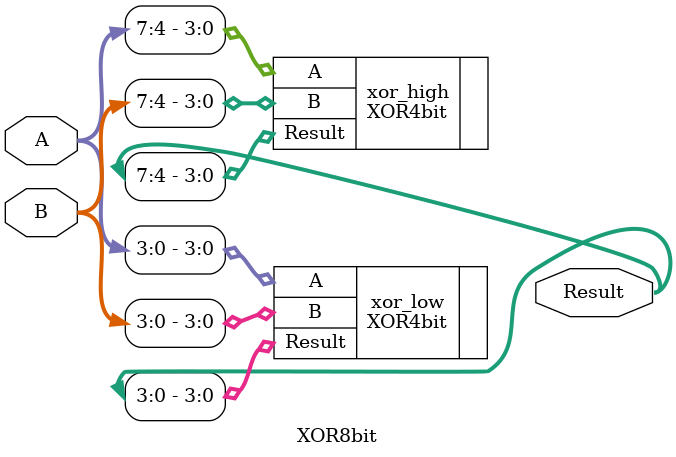
<source format=v>
module XOR8bit(
    input  [7:0] A, B,
    output [7:0] Result
);
    
    // XOR dos 4 bits menos significativos
    XOR4bit xor_low(
        .A(A[3:0]),
        .B(B[3:0]),
        .Result(Result[3:0])
    );
    
    // XOR dos 4 bits mais significativos
    XOR4bit xor_high(
        .A(A[7:4]),
        .B(B[7:4]),
        .Result(Result[7:4])
    );
    
endmodule
</source>
